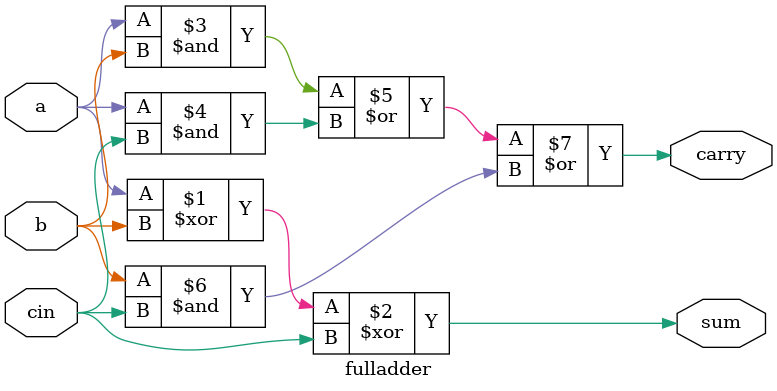
<source format=v>



module adder_8bit (     input [7:0] a,
			input [7:0] b,
			input cin,
			output [7:0] sum,
			output carry);

fulladder f1(.a(a[0]), .b(b[0]), .cin(cin), .sum(sum[0]), .carry(r0));
fulladder f2(.a(a[1]), .b(b[1]), .cin(r0), .sum(sum[1]), .carry(r1));
fulladder f3(.a(a[2]), .b(b[2]), .cin(r1), .sum(sum[2]), .carry(r2));
fulladder f4(.a(a[3]), .b(b[3]), .cin(r2), .sum(sum[3]), .carry(r3));
fulladder f5(.a(a[4]), .b(b[4]), .cin(r3), .sum(sum[4]), .carry(r4));
fulladder f6(.a(a[5]), .b(b[5]), .cin(r4), .sum(sum[5]), .carry(r5));
fulladder f7(.a(a[6]), .b(b[6]), .cin(r5), .sum(sum[6]), .carry(r6));
fulladder f8(.a(a[7]), .b(b[7]), .cin(r6), .sum(sum[7]), .carry(carry));

endmodule


module fulladder (      input a,
			input b,
			input cin,
			output sum,
			output carry);
begin
assign sum = a ^ b ^ cin;
assign carry = (a & b) | (a & cin) | (b & cin);
end
endmodule




</source>
